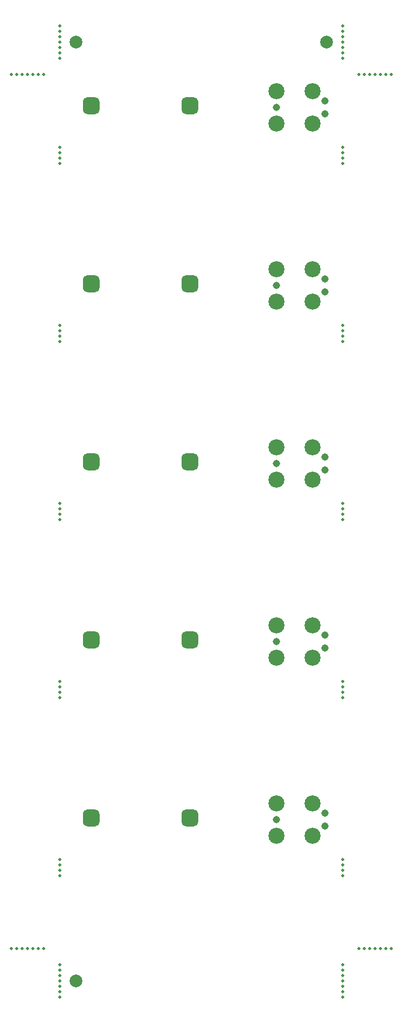
<source format=gbs>
G04 #@! TF.GenerationSoftware,KiCad,Pcbnew,6.0.2+dfsg-1*
G04 #@! TF.CreationDate,2023-11-02T10:53:08-06:00*
G04 #@! TF.ProjectId,ckt-dingdong-flash-array,636b742d-6469-46e6-9764-6f6e672d666c,rev?*
G04 #@! TF.SameCoordinates,Original*
G04 #@! TF.FileFunction,Soldermask,Bot*
G04 #@! TF.FilePolarity,Negative*
%FSLAX46Y46*%
G04 Gerber Fmt 4.6, Leading zero omitted, Abs format (unit mm)*
G04 Created by KiCad (PCBNEW 6.0.2+dfsg-1) date 2023-11-02 10:53:08*
%MOMM*%
%LPD*%
G01*
G04 APERTURE LIST*
%ADD10C,0.500000*%
%ADD11C,2.527300*%
%ADD12C,1.143000*%
%ADD13C,2.000000*%
G04 APERTURE END LIST*
D10*
X121195000Y-164780000D03*
X126275000Y-96623333D03*
X126275000Y-39050000D03*
X173265000Y-164780000D03*
X170724999Y-123716666D03*
D11*
X160311000Y-58227000D03*
X166026000Y-63307000D03*
X160311000Y-63307000D03*
D12*
X167931000Y-59751000D03*
D11*
X166026000Y-58227000D03*
D12*
X160311000Y-60767000D03*
X167931000Y-61783000D03*
D10*
X173265000Y-27620000D03*
X126275000Y-39896667D03*
X119501667Y-164780000D03*
X174111666Y-27620000D03*
X126275000Y-21693334D03*
X126275000Y-125410000D03*
X170724999Y-97470000D03*
X119501667Y-27620000D03*
X177498333Y-27620000D03*
X176651666Y-27620000D03*
X126275000Y-171553333D03*
X126275000Y-67836666D03*
X121195000Y-27620000D03*
X170724999Y-122870000D03*
X126275000Y-170706666D03*
X126275000Y-152503333D03*
D12*
X167931000Y-145603000D03*
X167931000Y-143571000D03*
D11*
X160311000Y-147127000D03*
X160311000Y-142047000D03*
D12*
X160311000Y-144587000D03*
D11*
X166026000Y-142047000D03*
X166026000Y-147127000D03*
D10*
X170725000Y-168166666D03*
X170724999Y-40743333D03*
X170725000Y-170706666D03*
X170725000Y-169013333D03*
X118655000Y-27620000D03*
X126275000Y-41590000D03*
X122041667Y-27620000D03*
X177498333Y-164780000D03*
X126275000Y-22540000D03*
X170724999Y-150810000D03*
X170724999Y-124563333D03*
X126275000Y-23386667D03*
X176651666Y-164780000D03*
X170725000Y-171553333D03*
X120348334Y-164780000D03*
X126275000Y-172400000D03*
D12*
X167931000Y-33843000D03*
D11*
X160311000Y-35367000D03*
X160311000Y-30287000D03*
D12*
X167931000Y-31811000D03*
X160311000Y-32827000D03*
D11*
X166026000Y-30287000D03*
X166026000Y-35367000D03*
D10*
X178345000Y-27620000D03*
X126275000Y-123716666D03*
X120348334Y-27620000D03*
X118655000Y-164780000D03*
X170724999Y-96623333D03*
X170725000Y-25080000D03*
X174958333Y-27620000D03*
X170724999Y-39896667D03*
X170725000Y-169860000D03*
X170725000Y-20846667D03*
X170724999Y-152503333D03*
X126275000Y-25080000D03*
X122888334Y-164780000D03*
X170725000Y-172400000D03*
X123735000Y-164780000D03*
X170724999Y-95776666D03*
X170725000Y-23386667D03*
X126275000Y-69530000D03*
X126275000Y-40743333D03*
X170724999Y-66990000D03*
X178345000Y-164780000D03*
X170724999Y-41590000D03*
X122041667Y-164780000D03*
X126275000Y-169860000D03*
X126275000Y-151656666D03*
X170724999Y-94930000D03*
X126275000Y-20846667D03*
X170725000Y-22540000D03*
X170724999Y-151656666D03*
X126275000Y-97470000D03*
X170724999Y-69530000D03*
X126275000Y-66990000D03*
X126275000Y-24233334D03*
X122888334Y-27620000D03*
X126275000Y-20000000D03*
X170725000Y-167320000D03*
X170724999Y-39050000D03*
X175805000Y-27620000D03*
X126275000Y-95776666D03*
X174958333Y-164780000D03*
X170724999Y-67836666D03*
X170724999Y-68683333D03*
X126275000Y-150810000D03*
X170724999Y-153350000D03*
X126275000Y-94930000D03*
X126275000Y-122870000D03*
X170725000Y-20000000D03*
X170725000Y-21693334D03*
X126275000Y-168166666D03*
X174111666Y-164780000D03*
X123735000Y-27620000D03*
D11*
X160311000Y-86167000D03*
D12*
X160311000Y-88707000D03*
X167931000Y-89723000D03*
D11*
X166026000Y-91247000D03*
X160311000Y-91247000D03*
X166026000Y-86167000D03*
D12*
X167931000Y-87691000D03*
D10*
X126275000Y-167320000D03*
D11*
X160311000Y-119187000D03*
X166026000Y-114107000D03*
X166026000Y-119187000D03*
D12*
X167931000Y-117663000D03*
D11*
X160311000Y-114107000D03*
D12*
X160311000Y-116647000D03*
X167931000Y-115631000D03*
D10*
X170725000Y-24233334D03*
X126275000Y-169013333D03*
X175805000Y-164780000D03*
X170724999Y-125410000D03*
X126275000Y-153350000D03*
X126275000Y-124563333D03*
X126275000Y-68683333D03*
D13*
X128815000Y-22540000D03*
X168185000Y-22540000D03*
G36*
G01*
X148051200Y-59845000D02*
X148051200Y-61095000D01*
G75*
G02*
X147350000Y-61796200I-701200J0D01*
G01*
X146100000Y-61796200D01*
G75*
G02*
X145398800Y-61095000I0J701200D01*
G01*
X145398800Y-59845000D01*
G75*
G02*
X146100000Y-59143800I701200J0D01*
G01*
X147350000Y-59143800D01*
G75*
G02*
X148051200Y-59845000I0J-701200D01*
G01*
G37*
G36*
G01*
X132551200Y-59845000D02*
X132551200Y-61095000D01*
G75*
G02*
X131850000Y-61796200I-701200J0D01*
G01*
X130600000Y-61796200D01*
G75*
G02*
X129898800Y-61095000I0J701200D01*
G01*
X129898800Y-59845000D01*
G75*
G02*
X130600000Y-59143800I701200J0D01*
G01*
X131850000Y-59143800D01*
G75*
G02*
X132551200Y-59845000I0J-701200D01*
G01*
G37*
G36*
G01*
X148051200Y-143665000D02*
X148051200Y-144915000D01*
G75*
G02*
X147350000Y-145616200I-701200J0D01*
G01*
X146100000Y-145616200D01*
G75*
G02*
X145398800Y-144915000I0J701200D01*
G01*
X145398800Y-143665000D01*
G75*
G02*
X146100000Y-142963800I701200J0D01*
G01*
X147350000Y-142963800D01*
G75*
G02*
X148051200Y-143665000I0J-701200D01*
G01*
G37*
G36*
G01*
X132551200Y-143665000D02*
X132551200Y-144915000D01*
G75*
G02*
X131850000Y-145616200I-701200J0D01*
G01*
X130600000Y-145616200D01*
G75*
G02*
X129898800Y-144915000I0J701200D01*
G01*
X129898800Y-143665000D01*
G75*
G02*
X130600000Y-142963800I701200J0D01*
G01*
X131850000Y-142963800D01*
G75*
G02*
X132551200Y-143665000I0J-701200D01*
G01*
G37*
X128815000Y-169860000D03*
G36*
G01*
X148051200Y-31905000D02*
X148051200Y-33155000D01*
G75*
G02*
X147350000Y-33856200I-701200J0D01*
G01*
X146100000Y-33856200D01*
G75*
G02*
X145398800Y-33155000I0J701200D01*
G01*
X145398800Y-31905000D01*
G75*
G02*
X146100000Y-31203800I701200J0D01*
G01*
X147350000Y-31203800D01*
G75*
G02*
X148051200Y-31905000I0J-701200D01*
G01*
G37*
G36*
G01*
X132551200Y-31905000D02*
X132551200Y-33155000D01*
G75*
G02*
X131850000Y-33856200I-701200J0D01*
G01*
X130600000Y-33856200D01*
G75*
G02*
X129898800Y-33155000I0J701200D01*
G01*
X129898800Y-31905000D01*
G75*
G02*
X130600000Y-31203800I701200J0D01*
G01*
X131850000Y-31203800D01*
G75*
G02*
X132551200Y-31905000I0J-701200D01*
G01*
G37*
G36*
G01*
X148051200Y-87785000D02*
X148051200Y-89035000D01*
G75*
G02*
X147350000Y-89736200I-701200J0D01*
G01*
X146100000Y-89736200D01*
G75*
G02*
X145398800Y-89035000I0J701200D01*
G01*
X145398800Y-87785000D01*
G75*
G02*
X146100000Y-87083800I701200J0D01*
G01*
X147350000Y-87083800D01*
G75*
G02*
X148051200Y-87785000I0J-701200D01*
G01*
G37*
G36*
G01*
X132551200Y-87785000D02*
X132551200Y-89035000D01*
G75*
G02*
X131850000Y-89736200I-701200J0D01*
G01*
X130600000Y-89736200D01*
G75*
G02*
X129898800Y-89035000I0J701200D01*
G01*
X129898800Y-87785000D01*
G75*
G02*
X130600000Y-87083800I701200J0D01*
G01*
X131850000Y-87083800D01*
G75*
G02*
X132551200Y-87785000I0J-701200D01*
G01*
G37*
G36*
G01*
X148051200Y-115725000D02*
X148051200Y-116975000D01*
G75*
G02*
X147350000Y-117676200I-701200J0D01*
G01*
X146100000Y-117676200D01*
G75*
G02*
X145398800Y-116975000I0J701200D01*
G01*
X145398800Y-115725000D01*
G75*
G02*
X146100000Y-115023800I701200J0D01*
G01*
X147350000Y-115023800D01*
G75*
G02*
X148051200Y-115725000I0J-701200D01*
G01*
G37*
G36*
G01*
X132551200Y-115725000D02*
X132551200Y-116975000D01*
G75*
G02*
X131850000Y-117676200I-701200J0D01*
G01*
X130600000Y-117676200D01*
G75*
G02*
X129898800Y-116975000I0J701200D01*
G01*
X129898800Y-115725000D01*
G75*
G02*
X130600000Y-115023800I701200J0D01*
G01*
X131850000Y-115023800D01*
G75*
G02*
X132551200Y-115725000I0J-701200D01*
G01*
G37*
M02*

</source>
